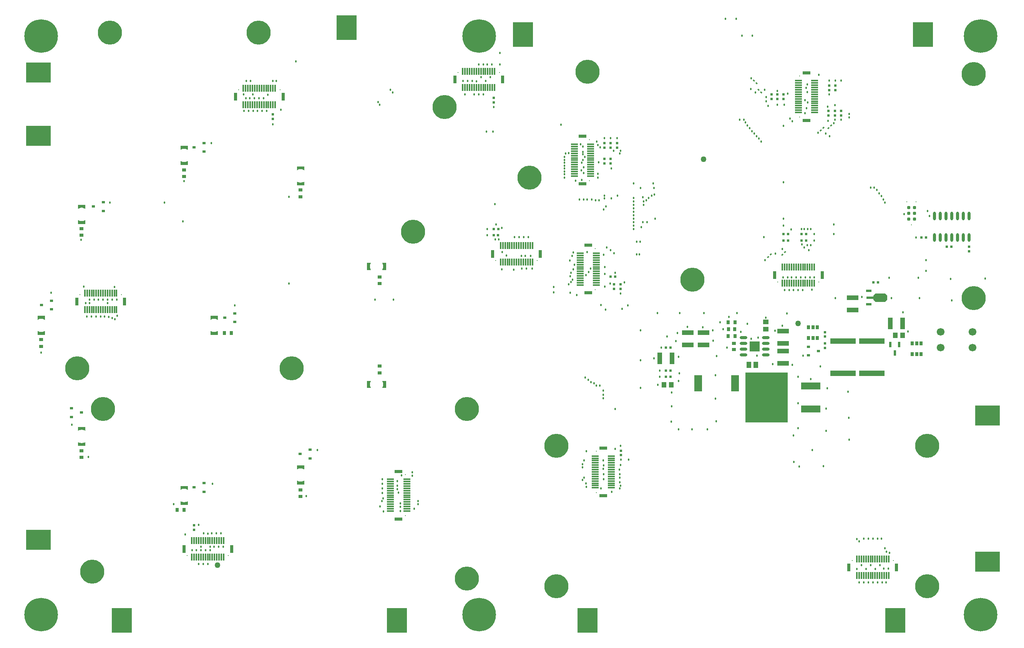
<source format=gts>
G04 Layer_Color=8388736*
%FSLAX25Y25*%
%MOIN*%
G70*
G01*
G75*
%ADD10R,0.02362X0.02362*%
%ADD11R,0.17323X0.21260*%
%ADD12R,0.21260X0.17323*%
%ADD13R,0.03937X0.05118*%
%ADD14R,0.02362X0.01968*%
%ADD15R,0.04331X0.10236*%
%ADD16R,0.10236X0.04331*%
%ADD17R,0.05118X0.03937*%
%ADD18R,0.36600X0.43600*%
%ADD19R,0.16900X0.06300*%
%ADD20R,0.07087X0.14173*%
%ADD21R,0.02756X0.03543*%
%ADD22R,0.03150X0.03543*%
%ADD23R,0.03543X0.03150*%
%ADD24R,0.04331X0.05512*%
%ADD25O,0.06693X0.02362*%
%ADD26R,0.09016X0.09016*%
%ADD27R,0.02953X0.02362*%
%ADD28R,0.02559X0.03543*%
%ADD29R,0.03150X0.07087*%
%ADD30R,0.01181X0.06299*%
%ADD31R,0.07087X0.03150*%
%ADD32R,0.06299X0.01181*%
%ADD33R,0.22047X0.05118*%
%ADD34R,0.02362X0.04724*%
%ADD35R,0.03543X0.02756*%
%ADD36R,0.01968X0.01181*%
%ADD37R,0.01181X0.01968*%
%ADD38C,0.03098*%
G04:AMPARAMS|DCode=39|XSize=14.17mil|YSize=9.84mil|CornerRadius=0mil|HoleSize=0mil|Usage=FLASHONLY|Rotation=225.000|XOffset=0mil|YOffset=0mil|HoleType=Round|Shape=Rectangle|*
%AMROTATEDRECTD39*
4,1,4,0.00153,0.00849,0.00849,0.00153,-0.00153,-0.00849,-0.00849,-0.00153,0.00153,0.00849,0.0*
%
%ADD39ROTATEDRECTD39*%

G04:AMPARAMS|DCode=40|XSize=14.17mil|YSize=9.84mil|CornerRadius=0mil|HoleSize=0mil|Usage=FLASHONLY|Rotation=315.000|XOffset=0mil|YOffset=0mil|HoleType=Round|Shape=Rectangle|*
%AMROTATEDRECTD40*
4,1,4,-0.00849,0.00153,-0.00153,0.00849,0.00849,-0.00153,0.00153,-0.00849,-0.00849,0.00153,0.0*
%
%ADD40ROTATEDRECTD40*%

G04:AMPARAMS|DCode=41|XSize=70.87mil|YSize=118.11mil|CornerRadius=0mil|HoleSize=0mil|Usage=FLASHONLY|Rotation=90.000|XOffset=0mil|YOffset=0mil|HoleType=Round|Shape=Octagon|*
%AMOCTAGOND41*
4,1,8,-0.05905,-0.01772,-0.05905,0.01772,-0.04134,0.03543,0.04134,0.03543,0.05905,0.01772,0.05905,-0.01772,0.04134,-0.03543,-0.04134,-0.03543,-0.05905,-0.01772,0.0*
%
%ADD41OCTAGOND41*%

%ADD42R,0.04724X0.01968*%
%ADD43R,0.06299X0.01968*%
%ADD44R,0.02362X0.02362*%
%ADD45O,0.02362X0.07480*%
%ADD50C,0.01181*%
%ADD51C,0.06693*%
%ADD52C,0.00394*%
%ADD53C,0.29134*%
%ADD54C,0.20866*%
%ADD55C,0.00787*%
%ADD56C,0.01800*%
%ADD57C,0.05000*%
G36*
X416096Y333100D02*
X415882Y332743D01*
X415534Y331987D01*
X415298Y331189D01*
X415178Y330366D01*
X415178Y329534D01*
X415298Y328711D01*
X415534Y327913D01*
X415882Y327157D01*
X416096Y326800D01*
X412682D01*
Y333100D01*
X416096D01*
X416096Y333100D01*
D02*
G37*
G36*
X416096Y326800D02*
X416096Y326800D01*
X416096Y326800D01*
X416096D01*
X416096Y326800D01*
D02*
G37*
G36*
X168250Y289654D02*
X168250Y289654D01*
X167893Y289868D01*
X167137Y290216D01*
X166339Y290452D01*
X165516Y290572D01*
X164684Y290572D01*
X163861Y290452D01*
X163063Y290216D01*
X162307Y289868D01*
X161950Y289654D01*
X161950Y289654D01*
Y293068D01*
X168250D01*
Y289654D01*
D02*
G37*
G36*
X425804Y333100D02*
X429218D01*
Y326800D01*
X425804D01*
X426018Y327157D01*
X426366Y327913D01*
X426602Y328711D01*
X426722Y329534D01*
X426722Y330366D01*
X426602Y331189D01*
X426366Y331987D01*
X426018Y332743D01*
X425804Y333100D01*
X425804Y333100D01*
D02*
G37*
G36*
X133150Y376396D02*
X133150Y376396D01*
D01*
X133150Y376396D01*
Y376396D01*
D02*
G37*
G36*
X276850Y376396D02*
X277207Y376182D01*
X277963Y375834D01*
X278761Y375598D01*
X279584Y375478D01*
X280416Y375478D01*
X281239Y375598D01*
X282037Y375834D01*
X282793Y376182D01*
X283150Y376396D01*
Y372982D01*
X276850D01*
Y376396D01*
X276850Y376396D01*
D02*
G37*
G36*
X126850D02*
X127208Y376182D01*
X127963Y375834D01*
X128761Y375598D01*
X129584Y375478D01*
X130416Y375478D01*
X131239Y375598D01*
X132037Y375834D01*
X132793Y376182D01*
X133150Y376396D01*
Y372982D01*
X126850D01*
Y376396D01*
X126850Y376396D01*
D02*
G37*
G36*
X168250Y279946D02*
X168250Y279946D01*
D01*
X168250Y279946D01*
Y279946D01*
D02*
G37*
G36*
X257150Y238354D02*
X257150Y238354D01*
X256792Y238568D01*
X256037Y238916D01*
X255239Y239152D01*
X254416Y239272D01*
X253584Y239272D01*
X252761Y239152D01*
X251963Y238916D01*
X251207Y238568D01*
X250850Y238354D01*
X250850Y238354D01*
Y241768D01*
X257150D01*
Y238354D01*
D02*
G37*
G36*
X257150Y228646D02*
X257150Y228646D01*
D01*
X257150Y228646D01*
Y228646D01*
D02*
G37*
G36*
X250850Y228646D02*
X251207Y228432D01*
X251963Y228084D01*
X252761Y227848D01*
X253584Y227728D01*
X254416Y227728D01*
X255239Y227848D01*
X256037Y228084D01*
X256793Y228432D01*
X257150Y228646D01*
Y225232D01*
X250850D01*
Y228646D01*
X250850Y228646D01*
D02*
G37*
G36*
X351850Y246496D02*
X352207Y246282D01*
X352963Y245934D01*
X353761Y245698D01*
X354584Y245578D01*
X355416Y245578D01*
X356239Y245698D01*
X357037Y245934D01*
X357793Y246282D01*
X358150Y246496D01*
Y243082D01*
X351850D01*
Y246496D01*
X351850Y246496D01*
D02*
G37*
G36*
X161950Y279946D02*
X162308Y279732D01*
X163063Y279384D01*
X163861Y279148D01*
X164684Y279028D01*
X165516Y279028D01*
X166339Y279148D01*
X167137Y279384D01*
X167893Y279732D01*
X168250Y279946D01*
Y276532D01*
X161950D01*
Y279946D01*
X161950Y279946D01*
D02*
G37*
G36*
X358150Y256204D02*
X358150Y256204D01*
X357792Y256418D01*
X357037Y256766D01*
X356239Y257002D01*
X355416Y257122D01*
X354584Y257122D01*
X353761Y257002D01*
X352963Y256766D01*
X352207Y256418D01*
X351850Y256204D01*
X351850Y256204D01*
Y259618D01*
X358150D01*
Y256204D01*
D02*
G37*
G36*
X358150Y246496D02*
X358150Y246496D01*
D01*
X358150Y246496D01*
Y246496D01*
D02*
G37*
G36*
Y506296D02*
X358150Y506296D01*
D01*
X358150Y506296D01*
Y506296D01*
D02*
G37*
G36*
X351850Y506296D02*
X352207Y506082D01*
X352963Y505734D01*
X353761Y505498D01*
X354584Y505378D01*
X355416Y505378D01*
X356239Y505498D01*
X357037Y505734D01*
X357793Y506082D01*
X358150Y506296D01*
Y502882D01*
X351850D01*
Y506296D01*
X351850Y506296D01*
D02*
G37*
G36*
X168250Y482554D02*
X168250Y482554D01*
X167893Y482768D01*
X167137Y483116D01*
X166339Y483352D01*
X165516Y483472D01*
X164684Y483472D01*
X163861Y483352D01*
X163063Y483116D01*
X162307Y482768D01*
X161950Y482554D01*
X161950Y482554D01*
Y485968D01*
X168250D01*
Y482554D01*
D02*
G37*
G36*
X358150Y516004D02*
X358150Y516004D01*
X357792Y516218D01*
X357037Y516566D01*
X356239Y516802D01*
X355416Y516922D01*
X354584Y516922D01*
X353761Y516802D01*
X352963Y516566D01*
X352207Y516218D01*
X351850Y516004D01*
X351850Y516004D01*
Y519418D01*
X358150D01*
Y516004D01*
D02*
G37*
G36*
X257150Y533854D02*
X257150Y533854D01*
X256792Y534068D01*
X256037Y534416D01*
X255239Y534652D01*
X254416Y534772D01*
X253584Y534772D01*
X252761Y534652D01*
X251963Y534416D01*
X251207Y534068D01*
X250850Y533854D01*
X250850Y533854D01*
Y537268D01*
X257150D01*
Y533854D01*
D02*
G37*
G36*
X257150Y524146D02*
X257150Y524146D01*
D01*
X257150Y524146D01*
Y524146D01*
D02*
G37*
G36*
X250850Y524146D02*
X251207Y523932D01*
X251963Y523584D01*
X252761Y523348D01*
X253584Y523228D01*
X254416Y523228D01*
X255239Y523348D01*
X256037Y523584D01*
X256793Y523932D01*
X257150Y524146D01*
Y520732D01*
X250850D01*
Y524146D01*
X250850Y524146D01*
D02*
G37*
G36*
X168250Y472846D02*
X168250Y472846D01*
D01*
X168250Y472846D01*
Y472846D01*
D02*
G37*
G36*
X283150Y386104D02*
X283150Y386104D01*
X282792Y386318D01*
X282037Y386666D01*
X281239Y386902D01*
X280416Y387022D01*
X279584Y387022D01*
X278761Y386902D01*
X277963Y386666D01*
X277207Y386318D01*
X276850Y386104D01*
X276850Y386104D01*
Y389518D01*
X283150D01*
Y386104D01*
D02*
G37*
G36*
X133150D02*
X133150Y386104D01*
X132792Y386318D01*
X132037Y386666D01*
X131239Y386902D01*
X130416Y387022D01*
X129584Y387022D01*
X128761Y386902D01*
X127963Y386666D01*
X127207Y386318D01*
X126850Y386104D01*
X126850Y386104D01*
Y389518D01*
X133150D01*
Y386104D01*
D02*
G37*
G36*
X283150Y376396D02*
X283150Y376396D01*
D01*
X283150Y376396D01*
Y376396D01*
D02*
G37*
G36*
X416096Y429400D02*
X416096Y429400D01*
X416096Y429400D01*
X416096D01*
X416096Y429400D01*
D02*
G37*
G36*
X161950Y472846D02*
X162308Y472632D01*
X163063Y472284D01*
X163861Y472048D01*
X164684Y471928D01*
X165516Y471928D01*
X166339Y472048D01*
X167137Y472284D01*
X167893Y472632D01*
X168250Y472846D01*
Y469432D01*
X161950D01*
Y472846D01*
X161950Y472846D01*
D02*
G37*
G36*
X425804Y435700D02*
X429218D01*
Y429400D01*
X425804D01*
X426018Y429757D01*
X426366Y430513D01*
X426602Y431311D01*
X426722Y432134D01*
X426722Y432966D01*
X426602Y433789D01*
X426366Y434587D01*
X426018Y435343D01*
X425804Y435700D01*
X425804Y435700D01*
D02*
G37*
G36*
X416096Y435700D02*
X415882Y435343D01*
X415534Y434587D01*
X415298Y433789D01*
X415178Y432966D01*
X415178Y432134D01*
X415298Y431311D01*
X415534Y430513D01*
X415882Y429757D01*
X416096Y429400D01*
X412682D01*
Y435700D01*
X416096D01*
X416096Y435700D01*
D02*
G37*
D10*
X810000Y361531D02*
D03*
Y365469D02*
D03*
Y371500D02*
D03*
Y375437D02*
D03*
X633000Y272437D02*
D03*
Y268500D02*
D03*
X935000Y449469D02*
D03*
Y445532D02*
D03*
X813500Y589468D02*
D03*
Y585532D02*
D03*
X824000Y563531D02*
D03*
Y567469D02*
D03*
X813000Y567469D02*
D03*
Y563531D02*
D03*
X818500Y563531D02*
D03*
Y567469D02*
D03*
X774000Y578031D02*
D03*
Y581968D02*
D03*
X768500Y581968D02*
D03*
Y578031D02*
D03*
X763500Y578000D02*
D03*
Y581937D02*
D03*
X624000Y522031D02*
D03*
Y525969D02*
D03*
X618500Y525969D02*
D03*
Y522031D02*
D03*
X629500Y539468D02*
D03*
Y535532D02*
D03*
X624000Y539468D02*
D03*
Y535532D02*
D03*
X618500Y539468D02*
D03*
Y535532D02*
D03*
X262500Y207469D02*
D03*
Y203532D02*
D03*
X522500Y575032D02*
D03*
Y578968D02*
D03*
X331000Y560532D02*
D03*
Y564468D02*
D03*
X819000Y589500D02*
D03*
Y585563D02*
D03*
X627000Y416968D02*
D03*
Y413031D02*
D03*
X632500Y417000D02*
D03*
Y413063D02*
D03*
D11*
X871000Y125000D02*
D03*
X604000D02*
D03*
X438500D02*
D03*
X200000D02*
D03*
X895000Y634000D02*
D03*
X548000D02*
D03*
X395000Y640000D02*
D03*
D12*
X951000Y303000D02*
D03*
Y176000D02*
D03*
X127500Y195000D02*
D03*
Y546000D02*
D03*
Y601000D02*
D03*
D13*
X676500Y329500D02*
D03*
X670201D02*
D03*
X870850Y372500D02*
D03*
X877150D02*
D03*
D14*
X672031Y336500D02*
D03*
X675969D02*
D03*
X672031Y342000D02*
D03*
X675969D02*
D03*
X672031Y362000D02*
D03*
X675969D02*
D03*
X855968Y418500D02*
D03*
X852032D02*
D03*
X893532Y457500D02*
D03*
X897468D02*
D03*
D15*
X677315Y352500D02*
D03*
X666685D02*
D03*
X877315Y383000D02*
D03*
X866685D02*
D03*
D16*
X691000Y364185D02*
D03*
Y374815D02*
D03*
X704500Y364185D02*
D03*
Y374815D02*
D03*
X773500Y365685D02*
D03*
Y376315D02*
D03*
X773500Y358815D02*
D03*
Y348185D02*
D03*
X834000Y394685D02*
D03*
Y405315D02*
D03*
D17*
X758500Y377850D02*
D03*
Y384150D02*
D03*
D18*
X759130Y318500D02*
D03*
D19*
X797713Y328500D02*
D03*
Y308500D02*
D03*
D20*
X700000Y331000D02*
D03*
X731890D02*
D03*
D21*
X726047Y384000D02*
D03*
X731953D02*
D03*
X731953Y372000D02*
D03*
X726047D02*
D03*
X248047Y221000D02*
D03*
X253953D02*
D03*
X294953Y374500D02*
D03*
X289047D02*
D03*
D22*
X731756Y378000D02*
D03*
X726244D02*
D03*
D23*
X731000Y360244D02*
D03*
Y365756D02*
D03*
D24*
X749953Y347000D02*
D03*
X744047D02*
D03*
D25*
X739354Y370500D02*
D03*
Y365500D02*
D03*
Y360500D02*
D03*
Y355500D02*
D03*
X758646Y370500D02*
D03*
Y365500D02*
D03*
Y360500D02*
D03*
Y355500D02*
D03*
D26*
X749000Y363000D02*
D03*
D27*
X804331Y359000D02*
D03*
X795669Y355260D02*
D03*
Y362740D02*
D03*
X262669Y536000D02*
D03*
X271331Y539740D02*
D03*
Y532260D02*
D03*
X262500Y240500D02*
D03*
X271161Y244240D02*
D03*
Y236760D02*
D03*
X354669Y269500D02*
D03*
X363331Y273240D02*
D03*
Y265760D02*
D03*
X289169Y388000D02*
D03*
X297831Y391740D02*
D03*
Y384260D02*
D03*
X130169Y399000D02*
D03*
X138831Y402740D02*
D03*
Y395260D02*
D03*
X175169Y484500D02*
D03*
X183831Y488240D02*
D03*
Y480760D02*
D03*
X156169Y309240D02*
D03*
Y301760D02*
D03*
X164831Y305500D02*
D03*
D28*
X795760Y370276D02*
D03*
X799500D02*
D03*
X803240D02*
D03*
Y379724D02*
D03*
X799500D02*
D03*
X795760D02*
D03*
X893240Y365724D02*
D03*
X889500D02*
D03*
X885760D02*
D03*
Y356276D02*
D03*
X889500D02*
D03*
X893240D02*
D03*
D29*
X872106Y171087D02*
D03*
X830768D02*
D03*
X521673Y443413D02*
D03*
X563012D02*
D03*
X530201Y594913D02*
D03*
X488862D02*
D03*
X766173Y424913D02*
D03*
X807512D02*
D03*
X339890Y580087D02*
D03*
X298551D02*
D03*
X202327Y402087D02*
D03*
X160988D02*
D03*
X253783Y187067D02*
D03*
X295122D02*
D03*
D30*
X837658Y178173D02*
D03*
X839626D02*
D03*
X841595D02*
D03*
X843563D02*
D03*
X845531D02*
D03*
X855374D02*
D03*
X853405D02*
D03*
X851437D02*
D03*
X849469D02*
D03*
X847500D02*
D03*
X865217D02*
D03*
X863248D02*
D03*
X861279D02*
D03*
X859311D02*
D03*
X857343D02*
D03*
Y164000D02*
D03*
X859311D02*
D03*
X861279D02*
D03*
X863248D02*
D03*
X865217D02*
D03*
X847500D02*
D03*
X849469D02*
D03*
X851437D02*
D03*
X853405D02*
D03*
X855374D02*
D03*
X845531D02*
D03*
X843563D02*
D03*
X841595D02*
D03*
X839626D02*
D03*
X837658D02*
D03*
X556122Y436327D02*
D03*
X554154D02*
D03*
X552185D02*
D03*
X550217D02*
D03*
X548248D02*
D03*
X538406D02*
D03*
X540374D02*
D03*
X542343D02*
D03*
X544311D02*
D03*
X546279D02*
D03*
X528563D02*
D03*
X530532D02*
D03*
X532500D02*
D03*
X534469D02*
D03*
X536437D02*
D03*
Y450500D02*
D03*
X534469D02*
D03*
X532500D02*
D03*
X530532D02*
D03*
X528563D02*
D03*
X546279D02*
D03*
X544311D02*
D03*
X542343D02*
D03*
X540374D02*
D03*
X538406D02*
D03*
X548248D02*
D03*
X550217D02*
D03*
X552185D02*
D03*
X554154D02*
D03*
X556122D02*
D03*
X495752Y602000D02*
D03*
X497720D02*
D03*
X499689D02*
D03*
X501657D02*
D03*
X503626D02*
D03*
X513469D02*
D03*
X511500D02*
D03*
X509531D02*
D03*
X507563D02*
D03*
X505594D02*
D03*
X523311D02*
D03*
X521343D02*
D03*
X519374D02*
D03*
X517406D02*
D03*
X515437D02*
D03*
Y587827D02*
D03*
X517406D02*
D03*
X519374D02*
D03*
X521343D02*
D03*
X523311D02*
D03*
X505594D02*
D03*
X507563D02*
D03*
X509531D02*
D03*
X511500D02*
D03*
X513469D02*
D03*
X503626D02*
D03*
X501657D02*
D03*
X499689D02*
D03*
X497720D02*
D03*
X495752D02*
D03*
X800622Y417827D02*
D03*
X798654D02*
D03*
X796685D02*
D03*
X794717D02*
D03*
X792748D02*
D03*
X782905D02*
D03*
X784874D02*
D03*
X786842D02*
D03*
X788811D02*
D03*
X790779D02*
D03*
X773063D02*
D03*
X775032D02*
D03*
X777000D02*
D03*
X778968D02*
D03*
X780937D02*
D03*
Y432000D02*
D03*
X778968D02*
D03*
X777000D02*
D03*
X775032D02*
D03*
X773063D02*
D03*
X790779D02*
D03*
X788811D02*
D03*
X786842D02*
D03*
X784874D02*
D03*
X782905D02*
D03*
X792748D02*
D03*
X794717D02*
D03*
X796685D02*
D03*
X798654D02*
D03*
X800622D02*
D03*
X305441Y587173D02*
D03*
X307409D02*
D03*
X309378D02*
D03*
X311347D02*
D03*
X313315D02*
D03*
X323158D02*
D03*
X321189D02*
D03*
X319220D02*
D03*
X317252D02*
D03*
X315283D02*
D03*
X333000D02*
D03*
X331031D02*
D03*
X329063D02*
D03*
X327095D02*
D03*
X325126D02*
D03*
Y573000D02*
D03*
X327095D02*
D03*
X329063D02*
D03*
X331031D02*
D03*
X333000D02*
D03*
X315283D02*
D03*
X317252D02*
D03*
X319220D02*
D03*
X321189D02*
D03*
X323158D02*
D03*
X313315D02*
D03*
X311347D02*
D03*
X309378D02*
D03*
X307409D02*
D03*
X305441D02*
D03*
X167878Y409173D02*
D03*
X169846D02*
D03*
X171815D02*
D03*
X173783D02*
D03*
X175752D02*
D03*
X185594D02*
D03*
X183626D02*
D03*
X181658D02*
D03*
X179689D02*
D03*
X177720D02*
D03*
X195437D02*
D03*
X193468D02*
D03*
X191500D02*
D03*
X189532D02*
D03*
X187563D02*
D03*
Y395000D02*
D03*
X189532D02*
D03*
X191500D02*
D03*
X193468D02*
D03*
X195437D02*
D03*
X177720D02*
D03*
X179689D02*
D03*
X181658D02*
D03*
X183626D02*
D03*
X185594D02*
D03*
X175752D02*
D03*
X173783D02*
D03*
X171815D02*
D03*
X169846D02*
D03*
X167878D02*
D03*
X288232Y179980D02*
D03*
X286264D02*
D03*
X284295D02*
D03*
X282327D02*
D03*
X280358D02*
D03*
X270516D02*
D03*
X272484D02*
D03*
X274453D02*
D03*
X276421D02*
D03*
X278390D02*
D03*
X260673D02*
D03*
X262642D02*
D03*
X264610D02*
D03*
X266579D02*
D03*
X268547D02*
D03*
Y194153D02*
D03*
X266579D02*
D03*
X264610D02*
D03*
X262642D02*
D03*
X260673D02*
D03*
X278390D02*
D03*
X276421D02*
D03*
X274453D02*
D03*
X272484D02*
D03*
X270516D02*
D03*
X280358D02*
D03*
X282327D02*
D03*
X284295D02*
D03*
X286264D02*
D03*
X288232D02*
D03*
D31*
X617587Y274638D02*
D03*
Y233299D02*
D03*
X440087Y213110D02*
D03*
Y254449D02*
D03*
X604587Y409488D02*
D03*
Y450827D02*
D03*
X599587Y504142D02*
D03*
Y545480D02*
D03*
X793913Y600732D02*
D03*
Y559394D02*
D03*
D32*
X610500Y240189D02*
D03*
Y242158D02*
D03*
Y244126D02*
D03*
Y246094D02*
D03*
Y248063D02*
D03*
Y257906D02*
D03*
Y255937D02*
D03*
Y253969D02*
D03*
Y252000D02*
D03*
Y250031D02*
D03*
Y267748D02*
D03*
Y265779D02*
D03*
Y263811D02*
D03*
Y261842D02*
D03*
Y259874D02*
D03*
X624673D02*
D03*
Y261842D02*
D03*
Y263811D02*
D03*
Y265779D02*
D03*
Y267748D02*
D03*
Y250031D02*
D03*
Y252000D02*
D03*
Y253969D02*
D03*
Y255937D02*
D03*
Y257906D02*
D03*
Y248063D02*
D03*
Y246094D02*
D03*
Y244126D02*
D03*
Y242158D02*
D03*
Y240189D02*
D03*
X447173Y247559D02*
D03*
Y245591D02*
D03*
Y243622D02*
D03*
Y241653D02*
D03*
Y239685D02*
D03*
Y229842D02*
D03*
Y231811D02*
D03*
Y233780D02*
D03*
Y235748D02*
D03*
Y237717D02*
D03*
Y220000D02*
D03*
Y221969D02*
D03*
Y223937D02*
D03*
Y225905D02*
D03*
Y227874D02*
D03*
X433000D02*
D03*
Y225905D02*
D03*
Y223937D02*
D03*
Y221969D02*
D03*
Y220000D02*
D03*
Y237717D02*
D03*
Y235748D02*
D03*
Y233780D02*
D03*
Y231811D02*
D03*
Y229842D02*
D03*
Y239685D02*
D03*
Y241653D02*
D03*
Y243622D02*
D03*
Y245591D02*
D03*
Y247559D02*
D03*
X611673Y443937D02*
D03*
Y441969D02*
D03*
Y440000D02*
D03*
Y438031D02*
D03*
Y436063D02*
D03*
Y426221D02*
D03*
Y428189D02*
D03*
Y430158D02*
D03*
Y432126D02*
D03*
Y434094D02*
D03*
Y416378D02*
D03*
Y418347D02*
D03*
Y420315D02*
D03*
Y422284D02*
D03*
Y424252D02*
D03*
X597500D02*
D03*
Y422284D02*
D03*
Y420315D02*
D03*
Y418347D02*
D03*
Y416378D02*
D03*
Y434094D02*
D03*
Y432126D02*
D03*
Y430158D02*
D03*
Y428189D02*
D03*
Y426221D02*
D03*
Y436063D02*
D03*
Y438031D02*
D03*
Y440000D02*
D03*
Y441969D02*
D03*
Y443937D02*
D03*
X606673Y538591D02*
D03*
Y536622D02*
D03*
Y534654D02*
D03*
Y532685D02*
D03*
Y530717D02*
D03*
Y520874D02*
D03*
Y522843D02*
D03*
Y524811D02*
D03*
Y526780D02*
D03*
Y528748D02*
D03*
Y511031D02*
D03*
Y513000D02*
D03*
Y514968D02*
D03*
Y516937D02*
D03*
Y518905D02*
D03*
X592500D02*
D03*
Y516937D02*
D03*
Y514968D02*
D03*
Y513000D02*
D03*
Y511031D02*
D03*
Y528748D02*
D03*
Y526780D02*
D03*
Y524811D02*
D03*
Y522843D02*
D03*
Y520874D02*
D03*
Y530717D02*
D03*
Y532685D02*
D03*
Y534654D02*
D03*
Y536622D02*
D03*
Y538591D02*
D03*
X786827Y566283D02*
D03*
Y568252D02*
D03*
Y570220D02*
D03*
Y572189D02*
D03*
Y574157D02*
D03*
Y584000D02*
D03*
Y582031D02*
D03*
Y580063D02*
D03*
Y578094D02*
D03*
Y576126D02*
D03*
Y593843D02*
D03*
Y591874D02*
D03*
Y589906D02*
D03*
Y587937D02*
D03*
Y585968D02*
D03*
X801000D02*
D03*
Y587937D02*
D03*
Y589906D02*
D03*
Y591874D02*
D03*
Y593843D02*
D03*
Y576126D02*
D03*
Y578094D02*
D03*
Y580063D02*
D03*
Y582031D02*
D03*
Y584000D02*
D03*
Y574157D02*
D03*
Y572189D02*
D03*
Y570220D02*
D03*
Y568252D02*
D03*
Y566283D02*
D03*
D33*
X825500Y367500D02*
D03*
Y339547D02*
D03*
X850500Y367500D02*
D03*
Y339547D02*
D03*
D34*
X874240Y364543D02*
D03*
X866760D02*
D03*
X870500Y357457D02*
D03*
D35*
X254000Y510547D02*
D03*
Y516453D02*
D03*
X165000Y266547D02*
D03*
Y272453D02*
D03*
X355000Y232547D02*
D03*
Y238453D02*
D03*
X355000Y498953D02*
D03*
Y493047D02*
D03*
X423500Y340047D02*
D03*
Y345953D02*
D03*
X423500Y423453D02*
D03*
Y417547D02*
D03*
X130000Y363047D02*
D03*
Y368953D02*
D03*
X165000Y459547D02*
D03*
Y465453D02*
D03*
D36*
X254000Y240587D02*
D03*
Y226413D02*
D03*
X355000Y504063D02*
D03*
Y518237D02*
D03*
Y244263D02*
D03*
Y258437D02*
D03*
X254000Y521913D02*
D03*
Y536087D02*
D03*
X280000Y388337D02*
D03*
Y374163D02*
D03*
X165100Y484787D02*
D03*
Y470613D02*
D03*
X130000Y388337D02*
D03*
Y374163D02*
D03*
X165100Y277713D02*
D03*
Y291887D02*
D03*
D37*
X413863Y329950D02*
D03*
X428037D02*
D03*
Y432550D02*
D03*
X413863D02*
D03*
D38*
X887500Y473500D02*
D03*
X882500D02*
D03*
X887500Y478500D02*
D03*
Y483500D02*
D03*
X882500Y478500D02*
D03*
Y483500D02*
D03*
D39*
X773000Y442500D02*
D03*
X775339Y444838D02*
D03*
X763000Y443000D02*
D03*
X760662Y440661D02*
D03*
X813000Y552500D02*
D03*
X815339Y554839D02*
D03*
X808500Y553000D02*
D03*
X806161Y550662D02*
D03*
D40*
X750500Y591500D02*
D03*
X748162Y593839D02*
D03*
X752162Y585839D02*
D03*
X754500Y583500D02*
D03*
D41*
X857843Y405406D02*
D03*
D42*
X848000Y399500D02*
D03*
Y411311D02*
D03*
D43*
X848787Y405406D02*
D03*
D44*
X915532Y449500D02*
D03*
X919468D02*
D03*
X522532Y465000D02*
D03*
X526469D02*
D03*
X522500Y459500D02*
D03*
X526437D02*
D03*
X793469Y460500D02*
D03*
X789532D02*
D03*
X793469Y455000D02*
D03*
X789532D02*
D03*
X777937Y460500D02*
D03*
X774000D02*
D03*
X778000Y455000D02*
D03*
X774063D02*
D03*
X627969Y423500D02*
D03*
X624031D02*
D03*
D45*
X905000Y457748D02*
D03*
X910000D02*
D03*
X915000D02*
D03*
X920000D02*
D03*
X925000D02*
D03*
X930000D02*
D03*
X935000D02*
D03*
X905000Y476252D02*
D03*
X910000D02*
D03*
X915000D02*
D03*
X920000D02*
D03*
X925000D02*
D03*
X930000D02*
D03*
X935000D02*
D03*
D50*
X869350Y176992D02*
D03*
X833524D02*
D03*
X611681Y271882D02*
D03*
Y236055D02*
D03*
X524429Y437508D02*
D03*
X560256D02*
D03*
X527445Y600819D02*
D03*
X491618D02*
D03*
X445992Y215866D02*
D03*
Y251693D02*
D03*
X610492Y412244D02*
D03*
Y448071D02*
D03*
X605492Y506898D02*
D03*
Y542724D02*
D03*
X788008Y597976D02*
D03*
Y562150D02*
D03*
X768929Y419008D02*
D03*
X804756D02*
D03*
X337134Y585992D02*
D03*
X301307D02*
D03*
X199571Y407992D02*
D03*
X163744D02*
D03*
X256539Y181161D02*
D03*
X292366D02*
D03*
D51*
X910441Y362000D02*
D03*
Y375780D02*
D03*
X938000Y362000D02*
D03*
Y375780D02*
D03*
D52*
X254000Y233500D02*
D03*
X355000Y511150D02*
D03*
Y251350D02*
D03*
X254000Y529000D02*
D03*
X420950Y329950D02*
D03*
Y432550D02*
D03*
X280000Y381250D02*
D03*
X165100Y477700D02*
D03*
X130000Y381250D02*
D03*
X165100Y284800D02*
D03*
D53*
X945000Y632500D02*
D03*
X130000D02*
D03*
Y130000D02*
D03*
X510000D02*
D03*
Y632500D02*
D03*
X945000Y130000D02*
D03*
D54*
X898500Y154500D02*
D03*
Y276500D02*
D03*
X577000Y154500D02*
D03*
Y276500D02*
D03*
X347126Y344000D02*
D03*
X161126D02*
D03*
X189626Y635500D02*
D03*
X318626D02*
D03*
X499173Y161153D02*
D03*
Y308653D02*
D03*
X183673D02*
D03*
X174173Y167154D02*
D03*
X553500Y509500D02*
D03*
X452500Y462500D02*
D03*
X480000Y571000D02*
D03*
X695000Y421000D02*
D03*
X604000Y601500D02*
D03*
X939000Y599500D02*
D03*
Y405000D02*
D03*
D55*
X885000Y468500D02*
D03*
X881000Y488500D02*
D03*
X889000D02*
D03*
D56*
X345000Y493000D02*
D03*
X628000Y274000D02*
D03*
X603000Y272000D02*
D03*
X581000Y555500D02*
D03*
X600000Y532000D02*
D03*
X613500Y523000D02*
D03*
X774000Y474000D02*
D03*
X662500D02*
D03*
X632500Y409000D02*
D03*
X774000Y554500D02*
D03*
Y505500D02*
D03*
X754500Y541000D02*
D03*
X752500Y543500D02*
D03*
X750500Y545500D02*
D03*
X774000Y468000D02*
D03*
X345000Y417500D02*
D03*
X255000Y199500D02*
D03*
X286000Y200500D02*
D03*
X282000D02*
D03*
X284000Y189000D02*
D03*
X338000Y568500D02*
D03*
X351000Y610500D02*
D03*
X528000Y608000D02*
D03*
Y618000D02*
D03*
X738000Y633000D02*
D03*
X747000D02*
D03*
X768500Y573000D02*
D03*
X804500Y599000D02*
D03*
X812500Y559000D02*
D03*
X298000Y398500D02*
D03*
X266500Y208000D02*
D03*
X632500Y276500D02*
D03*
X529500Y430000D02*
D03*
X533500Y442000D02*
D03*
X540000Y429500D02*
D03*
X540500Y458000D02*
D03*
X544500D02*
D03*
X548500D02*
D03*
X552500D02*
D03*
X591500Y430000D02*
D03*
X588500Y437500D02*
D03*
X590500Y441500D02*
D03*
X591500Y444500D02*
D03*
X603500Y445000D02*
D03*
X592594Y434094D02*
D03*
X606500Y430500D02*
D03*
X619000Y432000D02*
D03*
X585000Y530500D02*
D03*
X587500Y531000D02*
D03*
X599000Y507500D02*
D03*
X593500Y507000D02*
D03*
X598000Y538500D02*
D03*
X600000Y536500D02*
D03*
Y530000D02*
D03*
X612000Y541000D02*
D03*
X613000Y538000D02*
D03*
X369500Y273000D02*
D03*
X278500Y243500D02*
D03*
X156500Y295000D02*
D03*
X138500Y409500D02*
D03*
X189500Y488000D02*
D03*
X277500Y539500D02*
D03*
X331000Y556000D02*
D03*
X522500Y571000D02*
D03*
X629500Y544000D02*
D03*
X624000D02*
D03*
X618500D02*
D03*
X624500Y517500D02*
D03*
X517000Y459500D02*
D03*
Y465000D02*
D03*
X628000Y427000D02*
D03*
X758000Y438000D02*
D03*
X773000Y447500D02*
D03*
X800500Y460500D02*
D03*
Y455000D02*
D03*
X889000Y457500D02*
D03*
X757500Y586000D02*
D03*
X746000Y596000D02*
D03*
X804000Y548500D02*
D03*
X817500Y557000D02*
D03*
X824000Y560000D02*
D03*
X818500D02*
D03*
X819000Y594000D02*
D03*
X813500D02*
D03*
X774500Y573000D02*
D03*
X760500Y572000D02*
D03*
X439000Y239000D02*
D03*
Y242000D02*
D03*
Y246000D02*
D03*
X426000Y247500D02*
D03*
Y243500D02*
D03*
Y239500D02*
D03*
Y235500D02*
D03*
X441500Y220000D02*
D03*
X453500Y222000D02*
D03*
X441500Y223500D02*
D03*
Y226500D02*
D03*
X274500Y174000D02*
D03*
X266500D02*
D03*
X270500D02*
D03*
X261000Y186000D02*
D03*
X264500D02*
D03*
X268500D02*
D03*
X272500D02*
D03*
X276500D02*
D03*
X278000Y200500D02*
D03*
X274453Y200453D02*
D03*
X271000Y200500D02*
D03*
X288000Y189000D02*
D03*
X280000D02*
D03*
X276500D02*
D03*
X268500D02*
D03*
X185000Y389000D02*
D03*
X181500D02*
D03*
X177500D02*
D03*
X173500D02*
D03*
X169500D02*
D03*
X168500Y400500D02*
D03*
X172000D02*
D03*
X187500D02*
D03*
X193500Y414500D02*
D03*
X195500Y403500D02*
D03*
X191500D02*
D03*
X187500D02*
D03*
X183500D02*
D03*
X179500D02*
D03*
X176000D02*
D03*
X172000D02*
D03*
X167000Y415000D02*
D03*
X323000Y578500D02*
D03*
X319000D02*
D03*
X315000D02*
D03*
X311000D02*
D03*
X307500D02*
D03*
X306000Y567500D02*
D03*
X310000D02*
D03*
X314000D02*
D03*
X317500D02*
D03*
X321500D02*
D03*
X325500D02*
D03*
X305500Y582000D02*
D03*
X313500D02*
D03*
X308000Y593500D02*
D03*
X311500D02*
D03*
X334000D02*
D03*
X331000D02*
D03*
X326500Y581500D02*
D03*
X513469Y582031D02*
D03*
X509500Y582000D02*
D03*
X505594Y582094D02*
D03*
X497500Y582000D02*
D03*
X496000Y593500D02*
D03*
X500000D02*
D03*
X504000D02*
D03*
X507563Y593437D02*
D03*
X515500Y593500D02*
D03*
X521000Y608000D02*
D03*
X517000D02*
D03*
X513500D02*
D03*
X509500D02*
D03*
X519500Y597000D02*
D03*
X511500D02*
D03*
X792500Y565500D02*
D03*
X794000Y570000D02*
D03*
X794500Y590500D02*
D03*
X793500Y587500D02*
D03*
X794500Y584000D02*
D03*
X798654Y412154D02*
D03*
X790500Y412000D02*
D03*
X786500D02*
D03*
X782500D02*
D03*
X779000D02*
D03*
X775000D02*
D03*
X773500Y423000D02*
D03*
X777500D02*
D03*
X781000D02*
D03*
X785000D02*
D03*
X789000D02*
D03*
X793000D02*
D03*
X797000D02*
D03*
X800500D02*
D03*
X900500Y476252D02*
D03*
X837500Y169500D02*
D03*
X839500Y158000D02*
D03*
X843500D02*
D03*
X845500Y169500D02*
D03*
X847500Y158000D02*
D03*
X851500D02*
D03*
X853500Y169500D02*
D03*
X855500Y158000D02*
D03*
X861000Y170000D02*
D03*
X865000D02*
D03*
X866000Y183500D02*
D03*
X863248Y184748D02*
D03*
X862000Y187500D02*
D03*
X857500Y173000D02*
D03*
X849500D02*
D03*
X841500D02*
D03*
X632000Y239500D02*
D03*
X632500Y242000D02*
D03*
X632000Y245000D02*
D03*
X618000Y247500D02*
D03*
X632000Y249000D02*
D03*
X618000Y252000D02*
D03*
X632000D02*
D03*
X631500Y256000D02*
D03*
X617500Y256500D02*
D03*
X618000Y259500D02*
D03*
X632626Y259874D02*
D03*
X615500Y239500D02*
D03*
X603000Y241000D02*
D03*
X602500Y244000D02*
D03*
X599500Y247000D02*
D03*
X601000Y249000D02*
D03*
Y264000D02*
D03*
X742500Y382500D02*
D03*
X733500Y392000D02*
D03*
X705000D02*
D03*
X684000D02*
D03*
X664500D02*
D03*
X650000Y377000D02*
D03*
Y351000D02*
D03*
Y327000D02*
D03*
X665000Y329500D02*
D03*
X666500Y336500D02*
D03*
Y342000D02*
D03*
X661500Y352500D02*
D03*
X668000Y362000D02*
D03*
X673000Y371500D02*
D03*
X682000Y374500D02*
D03*
X690500Y380000D02*
D03*
X704000Y379500D02*
D03*
X712500Y377000D02*
D03*
X719000Y384000D02*
D03*
X726500Y388500D02*
D03*
X777000Y391500D02*
D03*
X773000Y381000D02*
D03*
X766500Y376500D02*
D03*
X758500Y388000D02*
D03*
X737000Y375500D02*
D03*
X752000Y370500D02*
D03*
X746000Y369500D02*
D03*
X751000Y355000D02*
D03*
X920000Y403000D02*
D03*
X919000Y421500D02*
D03*
X892000Y405000D02*
D03*
X891000Y422500D02*
D03*
X882000Y376000D02*
D03*
X877500Y392500D02*
D03*
X949000Y422000D02*
D03*
X865500Y422500D02*
D03*
X867500Y405000D02*
D03*
X842000Y406000D02*
D03*
X819000Y405000D02*
D03*
X811000Y289500D02*
D03*
X799000Y273000D02*
D03*
X811000Y309000D02*
D03*
X797500Y334500D02*
D03*
X786500Y336500D02*
D03*
Y313500D02*
D03*
Y292000D02*
D03*
X782500Y285500D02*
D03*
X783000Y262500D02*
D03*
X787500Y258500D02*
D03*
X808500Y259000D02*
D03*
X830500Y301000D02*
D03*
X831000Y282000D02*
D03*
X830000Y323500D02*
D03*
X812000Y326500D02*
D03*
X806000Y345500D02*
D03*
X791000Y355000D02*
D03*
X781500Y347000D02*
D03*
X764500Y347500D02*
D03*
X254000Y506500D02*
D03*
X164500Y455500D02*
D03*
X130000Y357500D02*
D03*
X171000Y267000D02*
D03*
X245000Y226000D02*
D03*
X360047Y232953D02*
D03*
X589000Y424000D02*
D03*
X589500Y427000D02*
D03*
X591000Y421000D02*
D03*
X589500Y419000D02*
D03*
X587500Y417000D02*
D03*
X556000Y430500D02*
D03*
X554500Y441500D02*
D03*
X551000Y430500D02*
D03*
X550000Y441500D02*
D03*
X547000Y430500D02*
D03*
X546500Y441500D02*
D03*
X196000Y389500D02*
D03*
X194000Y386500D02*
D03*
X191500Y387500D02*
D03*
X188500Y388500D02*
D03*
X427000Y219500D02*
D03*
X424000Y224000D02*
D03*
X425500Y228500D02*
D03*
X426500Y231000D02*
D03*
X863000Y158000D02*
D03*
X859500D02*
D03*
X683000Y333000D02*
D03*
X683500Y339500D02*
D03*
X683000Y354000D02*
D03*
X680500Y367500D02*
D03*
X713000Y368000D02*
D03*
X721500Y378000D02*
D03*
X725000Y362000D02*
D03*
X716000Y354500D02*
D03*
X715000Y338000D02*
D03*
Y317500D02*
D03*
X677000Y323000D02*
D03*
Y311000D02*
D03*
X715500Y298000D02*
D03*
X708000Y291000D02*
D03*
X694500D02*
D03*
X683000D02*
D03*
X676500Y297500D02*
D03*
X634000Y395500D02*
D03*
X619500Y395000D02*
D03*
X615500Y399000D02*
D03*
X639000Y398500D02*
D03*
X435500Y403500D02*
D03*
X419500D02*
D03*
X897500Y438000D02*
D03*
Y428500D02*
D03*
X817500Y460500D02*
D03*
Y469000D02*
D03*
X644000Y504500D02*
D03*
X661000D02*
D03*
X644000Y492000D02*
D03*
X652000Y492500D02*
D03*
X661500Y500500D02*
D03*
X650000D02*
D03*
X733000Y647500D02*
D03*
X723500D02*
D03*
X237000Y488000D02*
D03*
X253000Y471500D02*
D03*
X899000Y480500D02*
D03*
X878500Y478000D02*
D03*
X795000Y575000D02*
D03*
X628000Y308500D02*
D03*
X639500Y264500D02*
D03*
X633000D02*
D03*
X859000Y196000D02*
D03*
Y493500D02*
D03*
X857000Y496000D02*
D03*
X855000Y499000D02*
D03*
X852500Y501000D02*
D03*
X860500Y490500D02*
D03*
X862000Y488000D02*
D03*
X831000Y562000D02*
D03*
X812156Y571345D02*
D03*
X855500Y196000D02*
D03*
X831000Y565000D02*
D03*
X818500Y572500D02*
D03*
X851500Y196000D02*
D03*
X847500D02*
D03*
X849500Y501000D02*
D03*
X843500Y196000D02*
D03*
X824000Y594000D02*
D03*
X813500Y582000D02*
D03*
X837500Y195500D02*
D03*
X839500Y193500D02*
D03*
X442500Y251000D02*
D03*
X452000Y253500D02*
D03*
X602000Y336000D02*
D03*
X617500Y318000D02*
D03*
Y324500D02*
D03*
X742500Y555000D02*
D03*
X741000Y557500D02*
D03*
X736000Y560000D02*
D03*
X739500D02*
D03*
X781500Y558500D02*
D03*
X792500Y577000D02*
D03*
X779500Y561000D02*
D03*
X607000Y332000D02*
D03*
X609500Y331000D02*
D03*
X611500Y329000D02*
D03*
X604500Y334000D02*
D03*
X452000Y250500D02*
D03*
X440000Y236000D02*
D03*
X748500Y548000D02*
D03*
X614500Y329000D02*
D03*
X746500Y550000D02*
D03*
X617500Y321000D02*
D03*
X744500Y552500D02*
D03*
X777500Y582500D02*
D03*
X759000Y576000D02*
D03*
X768500Y585000D02*
D03*
X759000Y579500D02*
D03*
X619000Y426000D02*
D03*
Y415000D02*
D03*
X814000Y545500D02*
D03*
X599500Y260500D02*
D03*
Y258000D02*
D03*
X810500Y548000D02*
D03*
X749500Y583500D02*
D03*
X457000Y228500D02*
D03*
Y226000D02*
D03*
X527000Y456000D02*
D03*
X745750Y586750D02*
D03*
X617500Y264000D02*
D03*
X625000Y236500D02*
D03*
X521847Y549653D02*
D03*
X516153D02*
D03*
X623500Y417500D02*
D03*
X636000Y418500D02*
D03*
X435000Y583500D02*
D03*
X423500Y573000D02*
D03*
X433000Y586000D02*
D03*
X422157Y575343D02*
D03*
X613000Y509500D02*
D03*
X584000D02*
D03*
Y515000D02*
D03*
Y517500D02*
D03*
Y520000D02*
D03*
Y522500D02*
D03*
Y525000D02*
D03*
Y527500D02*
D03*
Y512500D02*
D03*
X613000Y513000D02*
D03*
X600500Y513500D02*
D03*
X598500Y516000D02*
D03*
X600500Y518500D02*
D03*
X600000Y525000D02*
D03*
X601500Y527500D02*
D03*
X599000Y522500D02*
D03*
X615000Y536000D02*
D03*
X632500Y533000D02*
D03*
X630000Y494000D02*
D03*
X618000Y482000D02*
D03*
X620000Y484500D02*
D03*
X626500Y533000D02*
D03*
X632000Y530500D02*
D03*
X614000Y490000D02*
D03*
X618500Y494000D02*
D03*
X624500Y491500D02*
D03*
X618500D02*
D03*
X646500Y454000D02*
D03*
Y443000D02*
D03*
X649000D02*
D03*
X649500Y454000D02*
D03*
X767000Y443500D02*
D03*
X529500Y466000D02*
D03*
X789500Y465000D02*
D03*
X644000Y477000D02*
D03*
X657000Y492000D02*
D03*
X655000Y490000D02*
D03*
X652500Y486000D02*
D03*
X644000Y480000D02*
D03*
X659500Y494000D02*
D03*
X792000Y465000D02*
D03*
X644000Y474000D02*
D03*
Y483000D02*
D03*
X662000Y495000D02*
D03*
X795000Y465000D02*
D03*
X524000Y456000D02*
D03*
X524500Y469000D02*
D03*
X644000Y486000D02*
D03*
Y489000D02*
D03*
X652500D02*
D03*
X790000Y451500D02*
D03*
X792000Y449000D02*
D03*
X797500Y465000D02*
D03*
Y451000D02*
D03*
X794500D02*
D03*
X644000Y471000D02*
D03*
X652000D02*
D03*
X780500Y464500D02*
D03*
X796000Y446500D02*
D03*
X523500Y486500D02*
D03*
X530000Y445000D02*
D03*
X644000Y468000D02*
D03*
Y465000D02*
D03*
X757000Y458000D02*
D03*
X650500Y466500D02*
D03*
X655500Y471000D02*
D03*
X574500Y414500D02*
D03*
Y410000D02*
D03*
X603500Y490500D02*
D03*
X611000Y490000D02*
D03*
X624000Y446500D02*
D03*
X600500Y490500D02*
D03*
X627000Y444000D02*
D03*
X597000Y490500D02*
D03*
X607500D02*
D03*
X620500Y449000D02*
D03*
X618000Y442500D02*
D03*
X589000Y409500D02*
D03*
X602500Y425000D02*
D03*
X605000Y427500D02*
D03*
X594500Y407500D02*
D03*
D57*
X704500Y525500D02*
D03*
X283000Y173000D02*
D03*
X786500Y383000D02*
D03*
M02*

</source>
